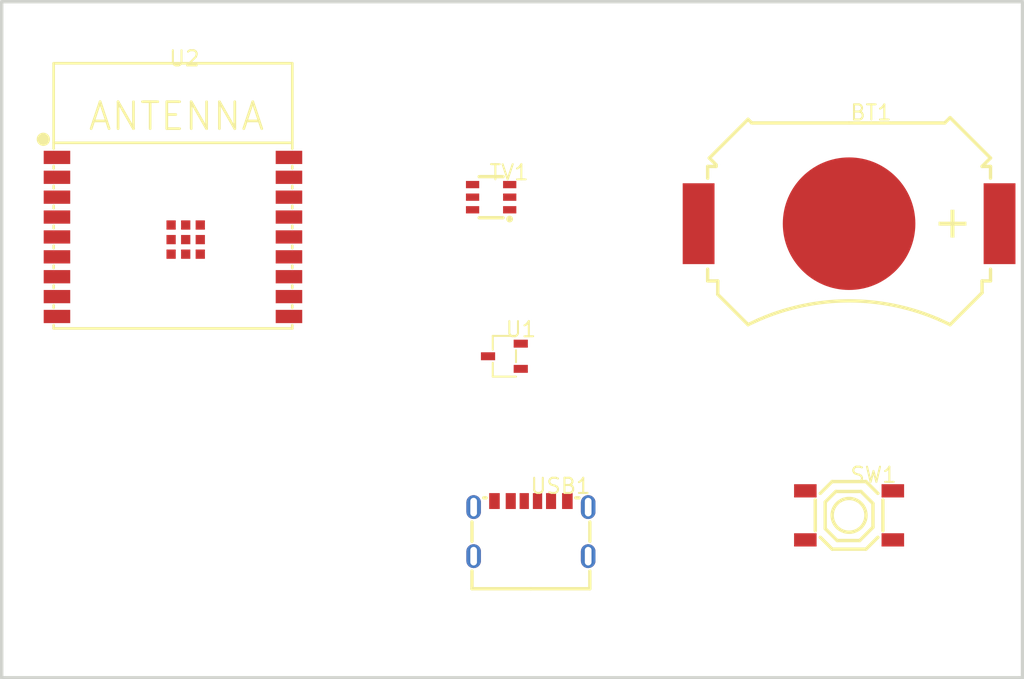
<source format=kicad_pcb>
(kicad_pcb (version 20211014) (generator pcbnew)
  (layers (0 "F.Cu" signal) (31 "B.Cu" signal) (34 "B.Paste" user) (35 "F.Paste" user) (36 "B.SilkS" user "B.Silkscreen") (37 "F.SilkS" user "F.Silkscreen") (38 "B.Mask" user) (39 "F.Mask" user) (44 "Edge.Cuts" user))
  (net 0 "")
  (net 1 "BT1_1")
  (net 2 "BT1_2")
  (net 3 "SW1_1")
  (net 4 "SW1_2")
  (net 5 "SW1_3")
  (net 6 "SW1_4")
  (net 7 "TV1_3")
  (net 8 "TV1_2")
  (net 9 "TV1_1")
  (net 10 "TV1_6")
  (net 11 "TV1_5")
  (net 12 "TV1_4")
  (net 13 "U2_1")
  (net 14 "U2_2")
  (net 15 "U2_3")
  (net 16 "U2_4")
  (net 17 "U2_5")
  (net 18 "U2_6")
  (net 19 "U2_7")
  (net 20 "U2_8")
  (net 21 "U2_9")
  (net 22 "U2_10")
  (net 23 "U2_11")
  (net 24 "U2_12")
  (net 25 "U2_13")
  (net 26 "U2_14")
  (net 27 "U2_15")
  (net 28 "U2_16")
  (net 29 "U2_17")
  (net 30 "U2_18")
  (net 31 "U2_19")
  (net 32 "USB1_A12")
  (net 33 "USB1_A9")
  (net 34 "USB1_B5")
  (net 35 "USB1_A5")
  (net 36 "USB1_B9")
  (net 37 "USB1_B12")
  (net 38 "USB1_3")
  (net 39 "USB1_1")
  (net 40 "USB1_4")
  (net 41 "USB1_2")
  (net 42 "U1_1")
  (net 43 "U1_2")
  (net 44 "U1_3")
  (footprint "easyeda:BULETM-SMD_ESPRESSIF_ESP32-C3-WROOM-02-N4-4MB" (layer "F.Cu") (at 25 30)
    (fp_text reference "U2" (at -0.381 -13.462) (layer "F.SilkS") (effects (font (size 1.143 1.143) (thickness 0.152)) (justify left)))
    (fp_text value "ANTENNA" (at -6.5 -9.1) (layer "F.SilkS") (effects (font (size 2.032 2.032) (thickness 0.203)) (justify left)))
    (fp_line (start -9 -0.846) (end -9 -0.654) (layer "F.SilkS") (width 0.2))
    (fp_line (start -9 5.154) (end -9 5.346) (layer "F.SilkS") (width 0.2))
    (fp_line (start 9 3.846) (end 9 3.654) (layer "F.SilkS") (width 0.2))
    (fp_line (start -9 -5.346) (end -9 -5.154) (layer "F.SilkS") (width 0.2))
    (fp_line (start 9 0.846) (end 9 0.654) (layer "F.SilkS") (width 0.2))
    (fp_line (start 9 -0.654) (end 9 -0.846) (layer "F.SilkS") (width 0.2))
    (fp_line (start -9 -3.846) (end -9 -3.654) (layer "F.SilkS") (width 0.2))
    (fp_line (start 9 -3.654) (end 9 -3.846) (layer "F.SilkS") (width 0.2))
    (fp_line (start -9 2.154) (end -9 2.346) (layer "F.SilkS") (width 0.2))
    (fp_line (start 9 -13.1) (end -9 -13.1) (layer "F.SilkS") (width 0.2))
    (fp_line (start 9 -6.654) (end 9 -13.1) (layer "F.SilkS") (width 0.2))
    (fp_line (start 9 -5.154) (end 9 -5.346) (layer "F.SilkS") (width 0.2))
    (fp_line (start -9 6.9) (end 9 6.9) (layer "F.SilkS") (width 0.2))
    (fp_line (start -9 3.654) (end -9 3.846) (layer "F.SilkS") (width 0.2))
    (fp_line (start -9 0.654) (end -9 0.846) (layer "F.SilkS") (width 0.2))
    (fp_line (start 9 2.346) (end 9 2.154) (layer "F.SilkS") (width 0.2))
    (fp_line (start -9 -13.1) (end -9 -6.654) (layer "F.SilkS") (width 0.2))
    (fp_line (start -9 -7.1) (end 9 -7.1) (layer "F.SilkS") (width 0.2))
    (fp_line (start 9 -2.154) (end 9 -2.346) (layer "F.SilkS") (width 0.2))
    (fp_line (start 9 6.9) (end 9 6.654) (layer "F.SilkS") (width 0.2))
    (fp_line (start 9 5.346) (end 9 5.154) (layer "F.SilkS") (width 0.2))
    (fp_line (start -9 6.654) (end -9 6.9) (layer "F.SilkS") (width 0.2))
    (fp_line (start -9 -2.346) (end -9 -2.154) (layer "F.SilkS") (width 0.2))
    (fp_circle (center -9.779 -7.366) (end -9.529 -7.366) (layer "F.SilkS") (width 0.5) (fill none))
    (pad "1" smd rect locked (at -8.75 -6) (size 2 1) (layers "F.Cu" "F.Paste" "F.Mask") (net 13 "U2_1"))
    (pad "2" smd rect locked (at -8.75 -4.5) (size 2 1) (layers "F.Cu" "F.Paste" "F.Mask") (net 14 "U2_2"))
    (pad "3" smd rect locked (at -8.75 -3) (size 2 1) (layers "F.Cu" "F.Paste" "F.Mask") (net 15 "U2_3"))
    (pad "4" smd rect locked (at -8.75 -1.5) (size 2 1) (layers "F.Cu" "F.Paste" "F.Mask") (net 16 "U2_4"))
    (pad "5" smd rect locked (at -8.75 0) (size 2 1) (layers "F.Cu" "F.Paste" "F.Mask") (net 17 "U2_5"))
    (pad "6" smd rect locked (at -8.75 1.5) (size 2 1) (layers "F.Cu" "F.Paste" "F.Mask") (net 18 "U2_6"))
    (pad "7" smd rect locked (at -8.75 3) (size 2 1) (layers "F.Cu" "F.Paste" "F.Mask") (net 19 "U2_7"))
    (pad "8" smd rect locked (at -8.75 4.5) (size 2 1) (layers "F.Cu" "F.Paste" "F.Mask") (net 20 "U2_8"))
    (pad "9" smd rect locked (at -8.75 6) (size 2 1) (layers "F.Cu" "F.Paste" "F.Mask") (net 21 "U2_9"))
    (pad "10" smd rect locked (at 8.75 6) (size 2 1) (layers "F.Cu" "F.Paste" "F.Mask") (net 22 "U2_10"))
    (pad "11" smd rect locked (at 8.75 4.5) (size 2 1) (layers "F.Cu" "F.Paste" "F.Mask") (net 23 "U2_11"))
    (pad "12" smd rect locked (at 8.75 3) (size 2 1) (layers "F.Cu" "F.Paste" "F.Mask") (net 24 "U2_12"))
    (pad "13" smd rect locked (at 8.75 1.5) (size 2 1) (layers "F.Cu" "F.Paste" "F.Mask") (net 25 "U2_13"))
    (pad "14" smd rect locked (at 8.75 0) (size 2 1) (layers "F.Cu" "F.Paste" "F.Mask") (net 26 "U2_14"))
    (pad "15" smd rect locked (at 8.75 -1.5) (size 2 1) (layers "F.Cu" "F.Paste" "F.Mask") (net 27 "U2_15"))
    (pad "16" smd rect locked (at 8.75 -3) (size 2 1) (layers "F.Cu" "F.Paste" "F.Mask") (net 28 "U2_16"))
    (pad "17" smd rect locked (at 8.75 -4.5) (size 2 1) (layers "F.Cu" "F.Paste" "F.Mask") (net 29 "U2_17"))
    (pad "18" smd rect locked (at 8.75 -6) (size 2 1) (layers "F.Cu" "F.Paste" "F.Mask") (net 30 "U2_18"))
    (pad "19" smd rect locked (at 0.96 -0.9) (size 0.7 0.7) (layers "F.Cu" "F.Paste" "F.Mask") (net 31 "U2_19"))
    (pad "19" smd rect locked (at -0.14 0.2) (size 0.7 0.7) (layers "F.Cu" "F.Paste" "F.Mask") (net 31 "U2_19"))
    (pad "19" smd rect locked (at 2.06 0.2) (size 0.7 0.7) (layers "F.Cu" "F.Paste" "F.Mask") (net 31 "U2_19"))
    (pad "19" smd rect locked (at -0.14 1.3) (size 0.7 0.7) (layers "F.Cu" "F.Paste" "F.Mask") (net 31 "U2_19"))
    (pad "19" smd rect locked (at -0.14 -0.9) (size 0.7 0.7) (layers "F.Cu" "F.Paste" "F.Mask") (net 31 "U2_19"))
    (pad "19" smd rect locked (at 2.06 -0.9) (size 0.7 0.7) (layers "F.Cu" "F.Paste" "F.Mask") (net 31 "U2_19"))
    (pad "19" smd rect locked (at 0.96 0.2) (size 0.7 0.7) (layers "F.Cu" "F.Paste" "F.Mask") (net 31 "U2_19"))
    (pad "19" smd rect locked (at 2.06 1.3) (size 0.7 0.7) (layers "F.Cu" "F.Paste" "F.Mask") (net 31 "U2_19"))
    (pad "19" smd rect locked (at 0.96 1.3) (size 0.7 0.7) (layers "F.Cu" "F.Paste" "F.Mask") (net 31 "U2_19"))
  )
  (footprint "easyeda:SOT-23-3_L2.9-W1.6-P1.90-LS2.8-BR" (layer "F.Cu") (at 50 39)
    (fp_text reference "U1" (at 0 -2.032) (layer "F.SilkS") (effects (font (size 1.143 1.143) (thickness 0.152)) (justify left)))
    (fp_text value "XC6206P332MR" hide)
    (fp_line (start 0.876 1.536) (end -0.876 1.536) (layer "F.SilkS") (width 0.152))
    (fp_line (start -0.876 1.536) (end -0.876 0.495) (layer "F.SilkS") (width 0.152))
    (fp_line (start 0.876 -0.455) (end 0.876 0.455) (layer "F.SilkS") (width 0.152))
    (fp_line (start 0.876 -1.536) (end -0.876 -1.536) (layer "F.SilkS") (width 0.152))
    (fp_line (start -0.876 -1.536) (end -0.876 -0.495) (layer "F.SilkS") (width 0.152))
    (pad "1" smd rect locked (at 1.235 0.95) (size 1.07 0.6) (layers "F.Cu" "F.Paste" "F.Mask") (net 42 "U1_1"))
    (pad "2" smd rect locked (at 1.235 -0.95) (size 1.07 0.6) (layers "F.Cu" "F.Paste" "F.Mask") (net 43 "U1_2"))
    (pad "3" smd rect locked (at -1.235 0) (size 1.07 0.6) (layers "F.Cu" "F.Paste" "F.Mask") (net 44 "U1_3"))
  )
  (footprint "easyeda:USB-C-SMD_HC-TYPE-C-6P-01A" (layer "F.Cu") (at 52 52)
    (fp_text reference "USB1" (at -0.127 -3.212) (layer "F.SilkS") (effects (font (size 1.143 1.143) (thickness 0.152)) (justify left)))
    (fp_text value "HC-TYPE-C-6P-01A" hide)
    (fp_line (start 4.445 4.535) (end 0 4.535) (layer "F.SilkS") (width 0.254))
    (fp_line (start -4.445 0.957) (end -4.445 -0.501) (layer "F.SilkS") (width 0.254))
    (fp_line (start 0 4.535) (end -4.445 4.535) (layer "F.SilkS") (width 0.254))
    (fp_line (start -4.445 4.535) (end -4.445 3.199) (layer "F.SilkS") (width 0.254))
    (fp_line (start 4.445 -0.501) (end 4.445 0.957) (layer "F.SilkS") (width 0.254))
    (fp_line (start -3.556 -2.323) (end -3.381 -2.323) (layer "F.SilkS") (width 0.254))
    (fp_line (start 4.445 3.199) (end 4.445 4.535) (layer "F.SilkS") (width 0.254))
    (fp_line (start 3.381 -2.323) (end 3.622 -2.323) (layer "F.SilkS") (width 0.254))
    (pad "1" thru_hole oval locked (at -4.32 -1.622) (size 1.1 1.8) (drill oval 0.5 1.401) (layers *.Cu *.Paste *.Mask) (net 39 "USB1_1"))
    (pad "2" thru_hole oval locked (at -4.32 2.078) (size 1.1 1.8) (drill oval 0.5 1.401) (layers *.Cu *.Paste *.Mask) (net 41 "USB1_2"))
    (pad "3" thru_hole oval locked (at 4.32 -1.622) (size 1.1 1.8) (drill oval 0.5 1.401) (layers *.Cu *.Paste *.Mask) (net 38 "USB1_3"))
    (pad "4" thru_hole oval locked (at 4.32 2.078) (size 1.1 1.8) (drill oval 0.5 1.401) (layers *.Cu *.Paste *.Mask) (net 40 "USB1_4"))
    (pad "A5" smd rect locked (at -0.501 -2.078) (size 0.7 1.2) (layers "F.Cu" "F.Paste" "F.Mask") (net 35 "USB1_A5"))
    (pad "A9" smd rect locked (at 1.519 -2.078) (size 0.76 1.2) (layers "F.Cu" "F.Paste" "F.Mask") (net 33 "USB1_A9"))
    (pad "A12" smd rect locked (at 2.749 -2.078) (size 0.8 1.2) (layers "F.Cu" "F.Paste" "F.Mask") (net 32 "USB1_A12"))
    (pad "B5" smd rect locked (at 0.499 -2.078) (size 0.7 1.2) (layers "F.Cu" "F.Paste" "F.Mask") (net 34 "USB1_B5"))
    (pad "B9" smd rect locked (at -1.52 -2.078) (size 0.76 1.2) (layers "F.Cu" "F.Paste" "F.Mask") (net 36 "USB1_B9"))
    (pad "B12" smd rect locked (at -2.75 -2.078) (size 0.8 1.2) (layers "F.Cu" "F.Paste" "F.Mask") (net 37 "USB1_B12"))
  )
  (footprint "easyeda:BAT-SMD_MY-2032-12" (layer "F.Cu") (at 76 29)
    (fp_text reference "BT1" (at 0 -8.382) (layer "F.SilkS") (effects (font (size 1.143 1.143) (thickness 0.152)) (justify left)))
    (fp_text value "MY-2032-12" hide)
    (fp_line (start 7.219 -7.6) (end 7.62 -8.001) (layer "F.SilkS") (width 0.254))
    (fp_line (start 10.668 -4.318) (end 10.033 -4.318) (layer "F.SilkS") (width 0.254))
    (fp_line (start -10.033 -4.318) (end -10.033 -4.445) (layer "F.SilkS") (width 0.254))
    (fp_line (start -9.906 5.334) (end -7.62 7.62) (layer "F.SilkS") (width 0.254))
    (fp_line (start 10.668 4.318) (end 10.033 4.318) (layer "F.SilkS") (width 0.254))
    (fp_line (start -10.668 3.429) (end -10.668 4.318) (layer "F.SilkS") (width 0.254))
    (fp_line (start 10.668 3.431) (end 10.668 4.318) (layer "F.SilkS") (width 0.254))
    (fp_line (start 10.668 -4.953) (end 7.62 -8.001) (layer "F.SilkS") (width 0.254))
    (fp_line (start -10.668 -3.429) (end -10.668 -4.318) (layer "F.SilkS") (width 0.254))
    (fp_line (start 10.033 5.207) (end 7.62 7.62) (layer "F.SilkS") (width 0.254))
    (fp_line (start 0 -7.6) (end -7.346 -7.6) (layer "F.SilkS") (width 0.254))
    (fp_line (start -10.668 -4.318) (end -10.033 -4.318) (layer "F.SilkS") (width 0.254))
    (fp_line (start 10.033 4.318) (end 10.033 5.207) (layer "F.SilkS") (width 0.254))
    (fp_line (start 10.033 -4.318) (end 10.668 -4.953) (layer "F.SilkS") (width 0.254))
    (fp_line (start -7.346 -7.6) (end -7.62 -7.874) (layer "F.SilkS") (width 0.254))
    (fp_line (start -10.668 4.318) (end -9.906 4.318) (layer "F.SilkS") (width 0.254))
    (fp_line (start 10.668 -3.429) (end 10.668 -4.318) (layer "F.SilkS") (width 0.254))
    (fp_line (start -10.541 -4.953) (end -7.62 -7.874) (layer "F.SilkS") (width 0.254))
    (fp_line (start -9.906 4.318) (end -9.906 5.334) (layer "F.SilkS") (width 0.254))
    (fp_line (start -10.033 -4.445) (end -10.541 -4.953) (layer "F.SilkS") (width 0.254))
    (fp_line (start 0 -7.6) (end 7.219 -7.6) (layer "F.SilkS") (width 0.254))
    (fp_arc (start -7.62 7.62) (mid -0.000015 5.821162) (end 7.619973 7.619986) (layer "F.SilkS") (width 0.254))
    (fp_poly (pts (xy 7.65 1.05) (xy 7.65 -1.05) (xy 7.95 -1.05) (xy 7.95 1.05)) (layer "F.SilkS") (width 0) (fill solid))
    (fp_poly (pts (xy 6.75 -0.15) (xy 8.85 -0.15) (xy 8.85 0.15) (xy 6.75 0.15)) (layer "F.SilkS") (width 0) (fill solid))
    (pad "1" smd rect locked (at 11.35 0) (size 2.4 6.1) (layers "F.Cu" "F.Paste" "F.Mask") (net 1 "BT1_1"))
    (pad "1" smd rect locked (at -11.35 0) (size 2.4 6.1) (layers "F.Cu" "F.Paste" "F.Mask") (net 1 "BT1_1"))
    (pad "2" smd circle locked (at 0 0) (size 10 10) (layers "F.Cu" "F.Paste" "F.Mask") (net 2 "BT1_2"))
  )
  (footprint "easyeda:SOT-23-6_L2.9-W1.6-P0.95-LS2.8-BR" (layer "F.Cu") (at 49 27)
    (fp_text reference "TV1" (at -0.216 -1.867) (layer "F.SilkS") (effects (font (size 1.143 1.143) (thickness 0.152)) (justify left)))
    (fp_text value "SRV05-4-P-T7" hide)
    (fp_line (start -0.9 1.55) (end 0.9 1.55) (layer "F.SilkS") (width 0.254))
    (fp_line (start -0.9 -1.55) (end 0.9 -1.55) (layer "F.SilkS") (width 0.254))
    (fp_circle (center 1.397 1.651) (end 1.524 1.651) (layer "F.SilkS") (width 0.254) (fill none))
    (pad "1" smd rect locked (at 1.4 0.95) (size 1 0.55) (layers "F.Cu" "F.Paste" "F.Mask") (net 9 "TV1_1"))
    (pad "2" smd rect locked (at 1.4 0) (size 1 0.55) (layers "F.Cu" "F.Paste" "F.Mask") (net 8 "TV1_2"))
    (pad "3" smd rect locked (at 1.4 -0.95) (size 1 0.55) (layers "F.Cu" "F.Paste" "F.Mask") (net 7 "TV1_3"))
    (pad "4" smd rect locked (at -1.4 -0.95) (size 1 0.55) (layers "F.Cu" "F.Paste" "F.Mask") (net 12 "TV1_4"))
    (pad "5" smd rect locked (at -1.4 0) (size 1 0.55) (layers "F.Cu" "F.Paste" "F.Mask") (net 11 "TV1_5"))
    (pad "6" smd rect locked (at -1.4 0.95) (size 1 0.55) (layers "F.Cu" "F.Paste" "F.Mask") (net 10 "TV1_6"))
  )
  (footprint "easyeda:SW-SMD_4P-L5.1-W5.1-P3.70-LS6.5-TL-2" (layer "F.Cu") (at 76 51)
    (fp_text reference "SW1" (at 0 -3.048) (layer "F.SilkS") (effects (font (size 1.143 1.143) (thickness 0.152)) (justify left)))
    (fp_text value "TS-1187A-B-A-B" hide)
    (fp_line (start 0.8 1.9) (end -0.899 1.9) (layer "F.SilkS") (width 0.254))
    (fp_line (start -1.275 -2.55) (end -2.17 -1.655) (layer "F.SilkS") (width 0.254))
    (fp_line (start -2.17 1.655) (end -1.275 2.55) (layer "F.SilkS") (width 0.254))
    (fp_line (start -1.801 0.998) (end -1.801 -1.001) (layer "F.SilkS") (width 0.254))
    (fp_line (start 2.17 1.655) (end 1.275 2.55) (layer "F.SilkS") (width 0.254))
    (fp_line (start -1.275 2.55) (end 1.275 2.55) (layer "F.SilkS") (width 0.254))
    (fp_line (start 1.275 -2.55) (end 2.17 -1.655) (layer "F.SilkS") (width 0.254))
    (fp_line (start -1.001 -1.801) (end 0.899 -1.801) (layer "F.SilkS") (width 0.254))
    (fp_line (start -1.801 -1.001) (end -1.001 -1.801) (layer "F.SilkS") (width 0.254))
    (fp_line (start -0.899 1.9) (end -1.801 0.998) (layer "F.SilkS") (width 0.254))
    (fp_line (start 1.801 0.899) (end 0.8 1.9) (layer "F.SilkS") (width 0.254))
    (fp_line (start -1.275 -2.55) (end 1.275 -2.55) (layer "F.SilkS") (width 0.254))
    (fp_line (start 0.899 -1.801) (end 1.801 -0.899) (layer "F.SilkS") (width 0.254))
    (fp_line (start 1.801 -0.899) (end 1.801 0.899) (layer "F.SilkS") (width 0.254))
    (fp_line (start -2.55 -1.168) (end -2.55 1.168) (layer "F.SilkS") (width 0.254))
    (fp_line (start 2.55 -1.168) (end 2.55 1.168) (layer "F.SilkS") (width 0.254))
    (fp_circle (center 0 0) (end 1.275 0) (layer "F.SilkS") (width 0.254) (fill none))
    (pad "1" smd rect locked (at -3.3 -1.85) (size 1.7 1) (layers "F.Cu" "F.Paste" "F.Mask") (net 3 "SW1_1"))
    (pad "2" smd rect locked (at 3.3 -1.85) (size 1.7 1) (layers "F.Cu" "F.Paste" "F.Mask") (net 4 "SW1_2"))
    (pad "3" smd rect locked (at -3.3 1.85) (size 1.7 1) (layers "F.Cu" "F.Paste" "F.Mask") (net 5 "SW1_3"))
    (pad "4" smd rect locked (at 3.3 1.85) (size 1.7 1) (layers "F.Cu" "F.Paste" "F.Mask") (net 6 "SW1_4"))
  )
  (gr_line (start 12.08 63.254) (end 12.08 12.254) (layer "Edge.Cuts") (width 0.254))
  (gr_line (start 12.08 12.254) (end 89.08 12.254) (layer "Edge.Cuts") (width 0.254))
  (gr_line (start 89.08 63.254) (end 12.08 63.254) (layer "Edge.Cuts") (width 0.254))
  (gr_line (start 89.08 12.254) (end 89.08 63.254) (layer "Edge.Cuts") (width 0.254))
)
</source>
